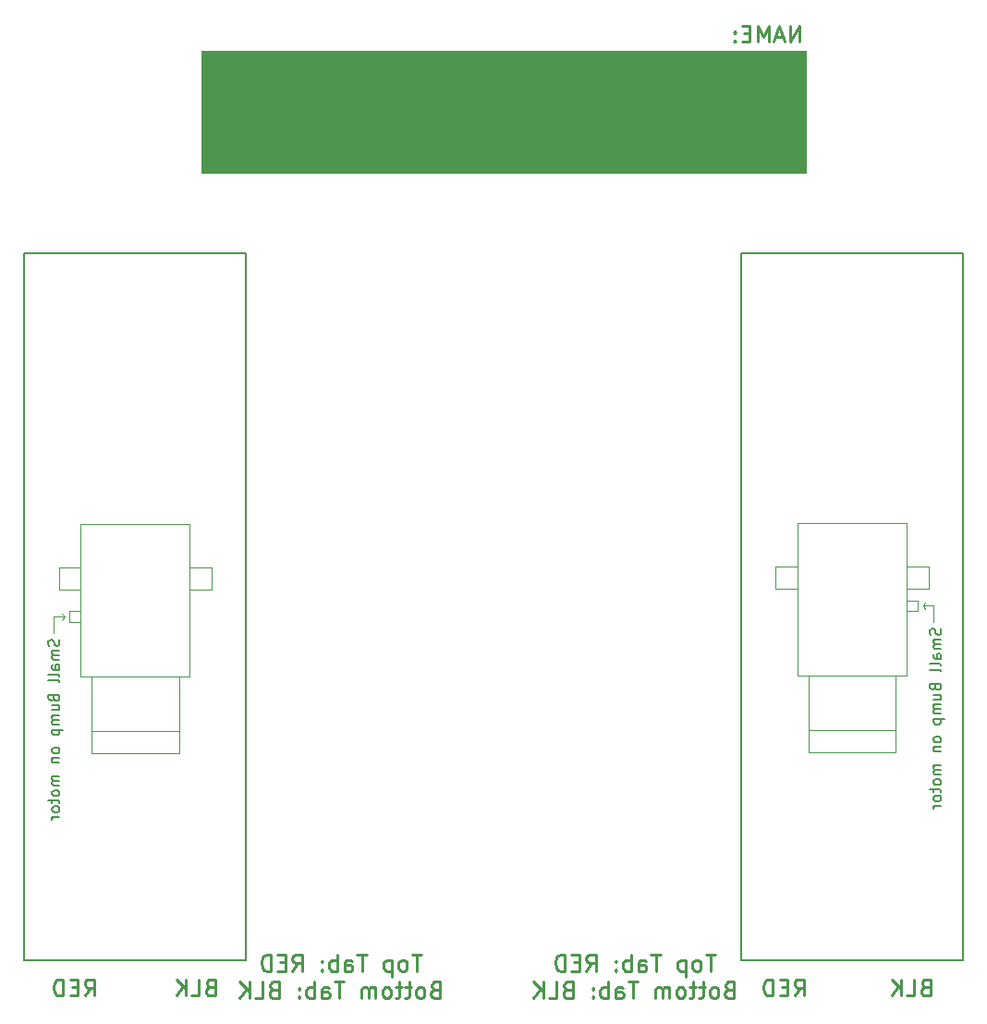
<source format=gbo>
G04 #@! TF.GenerationSoftware,KiCad,Pcbnew,5.1.4-e60b266~84~ubuntu19.04.1*
G04 #@! TF.CreationDate,2019-08-09T15:37:27-04:00*
G04 #@! TF.ProjectId,Rover V6,526f7665-7220-4563-962e-6b696361645f,rev?*
G04 #@! TF.SameCoordinates,Original*
G04 #@! TF.FileFunction,Legend,Bot*
G04 #@! TF.FilePolarity,Positive*
%FSLAX46Y46*%
G04 Gerber Fmt 4.6, Leading zero omitted, Abs format (unit mm)*
G04 Created by KiCad (PCBNEW 5.1.4-e60b266~84~ubuntu19.04.1) date 2019-08-09 15:37:27*
%MOMM*%
%LPD*%
G04 APERTURE LIST*
%ADD10C,0.250000*%
%ADD11C,0.100000*%
%ADD12C,0.150000*%
%ADD13C,0.120000*%
G04 APERTURE END LIST*
D10*
X141504857Y-128484571D02*
X140647714Y-128484571D01*
X141076285Y-129984571D02*
X141076285Y-128484571D01*
X139933428Y-129984571D02*
X140076285Y-129913142D01*
X140147714Y-129841714D01*
X140219142Y-129698857D01*
X140219142Y-129270285D01*
X140147714Y-129127428D01*
X140076285Y-129056000D01*
X139933428Y-128984571D01*
X139719142Y-128984571D01*
X139576285Y-129056000D01*
X139504857Y-129127428D01*
X139433428Y-129270285D01*
X139433428Y-129698857D01*
X139504857Y-129841714D01*
X139576285Y-129913142D01*
X139719142Y-129984571D01*
X139933428Y-129984571D01*
X138790571Y-128984571D02*
X138790571Y-130484571D01*
X138790571Y-129056000D02*
X138647714Y-128984571D01*
X138362000Y-128984571D01*
X138219142Y-129056000D01*
X138147714Y-129127428D01*
X138076285Y-129270285D01*
X138076285Y-129698857D01*
X138147714Y-129841714D01*
X138219142Y-129913142D01*
X138362000Y-129984571D01*
X138647714Y-129984571D01*
X138790571Y-129913142D01*
X136504857Y-128484571D02*
X135647714Y-128484571D01*
X136076285Y-129984571D02*
X136076285Y-128484571D01*
X134504857Y-129984571D02*
X134504857Y-129198857D01*
X134576285Y-129056000D01*
X134719142Y-128984571D01*
X135004857Y-128984571D01*
X135147714Y-129056000D01*
X134504857Y-129913142D02*
X134647714Y-129984571D01*
X135004857Y-129984571D01*
X135147714Y-129913142D01*
X135219142Y-129770285D01*
X135219142Y-129627428D01*
X135147714Y-129484571D01*
X135004857Y-129413142D01*
X134647714Y-129413142D01*
X134504857Y-129341714D01*
X133790571Y-129984571D02*
X133790571Y-128484571D01*
X133790571Y-129056000D02*
X133647714Y-128984571D01*
X133362000Y-128984571D01*
X133219142Y-129056000D01*
X133147714Y-129127428D01*
X133076285Y-129270285D01*
X133076285Y-129698857D01*
X133147714Y-129841714D01*
X133219142Y-129913142D01*
X133362000Y-129984571D01*
X133647714Y-129984571D01*
X133790571Y-129913142D01*
X132433428Y-129841714D02*
X132362000Y-129913142D01*
X132433428Y-129984571D01*
X132504857Y-129913142D01*
X132433428Y-129841714D01*
X132433428Y-129984571D01*
X132433428Y-129056000D02*
X132362000Y-129127428D01*
X132433428Y-129198857D01*
X132504857Y-129127428D01*
X132433428Y-129056000D01*
X132433428Y-129198857D01*
X129719142Y-129984571D02*
X130219142Y-129270285D01*
X130576285Y-129984571D02*
X130576285Y-128484571D01*
X130004857Y-128484571D01*
X129862000Y-128556000D01*
X129790571Y-128627428D01*
X129719142Y-128770285D01*
X129719142Y-128984571D01*
X129790571Y-129127428D01*
X129862000Y-129198857D01*
X130004857Y-129270285D01*
X130576285Y-129270285D01*
X129076285Y-129198857D02*
X128576285Y-129198857D01*
X128362000Y-129984571D02*
X129076285Y-129984571D01*
X129076285Y-128484571D01*
X128362000Y-128484571D01*
X127719142Y-129984571D02*
X127719142Y-128484571D01*
X127362000Y-128484571D01*
X127147714Y-128556000D01*
X127004857Y-128698857D01*
X126933428Y-128841714D01*
X126862000Y-129127428D01*
X126862000Y-129341714D01*
X126933428Y-129627428D01*
X127004857Y-129770285D01*
X127147714Y-129913142D01*
X127362000Y-129984571D01*
X127719142Y-129984571D01*
X142754857Y-131698857D02*
X142540571Y-131770285D01*
X142469142Y-131841714D01*
X142397714Y-131984571D01*
X142397714Y-132198857D01*
X142469142Y-132341714D01*
X142540571Y-132413142D01*
X142683428Y-132484571D01*
X143254857Y-132484571D01*
X143254857Y-130984571D01*
X142754857Y-130984571D01*
X142612000Y-131056000D01*
X142540571Y-131127428D01*
X142469142Y-131270285D01*
X142469142Y-131413142D01*
X142540571Y-131556000D01*
X142612000Y-131627428D01*
X142754857Y-131698857D01*
X143254857Y-131698857D01*
X141540571Y-132484571D02*
X141683428Y-132413142D01*
X141754857Y-132341714D01*
X141826285Y-132198857D01*
X141826285Y-131770285D01*
X141754857Y-131627428D01*
X141683428Y-131556000D01*
X141540571Y-131484571D01*
X141326285Y-131484571D01*
X141183428Y-131556000D01*
X141112000Y-131627428D01*
X141040571Y-131770285D01*
X141040571Y-132198857D01*
X141112000Y-132341714D01*
X141183428Y-132413142D01*
X141326285Y-132484571D01*
X141540571Y-132484571D01*
X140612000Y-131484571D02*
X140040571Y-131484571D01*
X140397714Y-130984571D02*
X140397714Y-132270285D01*
X140326285Y-132413142D01*
X140183428Y-132484571D01*
X140040571Y-132484571D01*
X139754857Y-131484571D02*
X139183428Y-131484571D01*
X139540571Y-130984571D02*
X139540571Y-132270285D01*
X139469142Y-132413142D01*
X139326285Y-132484571D01*
X139183428Y-132484571D01*
X138469142Y-132484571D02*
X138612000Y-132413142D01*
X138683428Y-132341714D01*
X138754857Y-132198857D01*
X138754857Y-131770285D01*
X138683428Y-131627428D01*
X138612000Y-131556000D01*
X138469142Y-131484571D01*
X138254857Y-131484571D01*
X138112000Y-131556000D01*
X138040571Y-131627428D01*
X137969142Y-131770285D01*
X137969142Y-132198857D01*
X138040571Y-132341714D01*
X138112000Y-132413142D01*
X138254857Y-132484571D01*
X138469142Y-132484571D01*
X137326285Y-132484571D02*
X137326285Y-131484571D01*
X137326285Y-131627428D02*
X137254857Y-131556000D01*
X137112000Y-131484571D01*
X136897714Y-131484571D01*
X136754857Y-131556000D01*
X136683428Y-131698857D01*
X136683428Y-132484571D01*
X136683428Y-131698857D02*
X136612000Y-131556000D01*
X136469142Y-131484571D01*
X136254857Y-131484571D01*
X136112000Y-131556000D01*
X136040571Y-131698857D01*
X136040571Y-132484571D01*
X134397714Y-130984571D02*
X133540571Y-130984571D01*
X133969142Y-132484571D02*
X133969142Y-130984571D01*
X132397714Y-132484571D02*
X132397714Y-131698857D01*
X132469142Y-131556000D01*
X132612000Y-131484571D01*
X132897714Y-131484571D01*
X133040571Y-131556000D01*
X132397714Y-132413142D02*
X132540571Y-132484571D01*
X132897714Y-132484571D01*
X133040571Y-132413142D01*
X133112000Y-132270285D01*
X133112000Y-132127428D01*
X133040571Y-131984571D01*
X132897714Y-131913142D01*
X132540571Y-131913142D01*
X132397714Y-131841714D01*
X131683428Y-132484571D02*
X131683428Y-130984571D01*
X131683428Y-131556000D02*
X131540571Y-131484571D01*
X131254857Y-131484571D01*
X131112000Y-131556000D01*
X131040571Y-131627428D01*
X130969142Y-131770285D01*
X130969142Y-132198857D01*
X131040571Y-132341714D01*
X131112000Y-132413142D01*
X131254857Y-132484571D01*
X131540571Y-132484571D01*
X131683428Y-132413142D01*
X130326285Y-132341714D02*
X130254857Y-132413142D01*
X130326285Y-132484571D01*
X130397714Y-132413142D01*
X130326285Y-132341714D01*
X130326285Y-132484571D01*
X130326285Y-131556000D02*
X130254857Y-131627428D01*
X130326285Y-131698857D01*
X130397714Y-131627428D01*
X130326285Y-131556000D01*
X130326285Y-131698857D01*
X127969142Y-131698857D02*
X127754857Y-131770285D01*
X127683428Y-131841714D01*
X127612000Y-131984571D01*
X127612000Y-132198857D01*
X127683428Y-132341714D01*
X127754857Y-132413142D01*
X127897714Y-132484571D01*
X128469142Y-132484571D01*
X128469142Y-130984571D01*
X127969142Y-130984571D01*
X127826285Y-131056000D01*
X127754857Y-131127428D01*
X127683428Y-131270285D01*
X127683428Y-131413142D01*
X127754857Y-131556000D01*
X127826285Y-131627428D01*
X127969142Y-131698857D01*
X128469142Y-131698857D01*
X126254857Y-132484571D02*
X126969142Y-132484571D01*
X126969142Y-130984571D01*
X125754857Y-132484571D02*
X125754857Y-130984571D01*
X124897714Y-132484571D02*
X125540571Y-131627428D01*
X124897714Y-130984571D02*
X125754857Y-131841714D01*
X114580857Y-128484571D02*
X113723714Y-128484571D01*
X114152285Y-129984571D02*
X114152285Y-128484571D01*
X113009428Y-129984571D02*
X113152285Y-129913142D01*
X113223714Y-129841714D01*
X113295142Y-129698857D01*
X113295142Y-129270285D01*
X113223714Y-129127428D01*
X113152285Y-129056000D01*
X113009428Y-128984571D01*
X112795142Y-128984571D01*
X112652285Y-129056000D01*
X112580857Y-129127428D01*
X112509428Y-129270285D01*
X112509428Y-129698857D01*
X112580857Y-129841714D01*
X112652285Y-129913142D01*
X112795142Y-129984571D01*
X113009428Y-129984571D01*
X111866571Y-128984571D02*
X111866571Y-130484571D01*
X111866571Y-129056000D02*
X111723714Y-128984571D01*
X111438000Y-128984571D01*
X111295142Y-129056000D01*
X111223714Y-129127428D01*
X111152285Y-129270285D01*
X111152285Y-129698857D01*
X111223714Y-129841714D01*
X111295142Y-129913142D01*
X111438000Y-129984571D01*
X111723714Y-129984571D01*
X111866571Y-129913142D01*
X109580857Y-128484571D02*
X108723714Y-128484571D01*
X109152285Y-129984571D02*
X109152285Y-128484571D01*
X107580857Y-129984571D02*
X107580857Y-129198857D01*
X107652285Y-129056000D01*
X107795142Y-128984571D01*
X108080857Y-128984571D01*
X108223714Y-129056000D01*
X107580857Y-129913142D02*
X107723714Y-129984571D01*
X108080857Y-129984571D01*
X108223714Y-129913142D01*
X108295142Y-129770285D01*
X108295142Y-129627428D01*
X108223714Y-129484571D01*
X108080857Y-129413142D01*
X107723714Y-129413142D01*
X107580857Y-129341714D01*
X106866571Y-129984571D02*
X106866571Y-128484571D01*
X106866571Y-129056000D02*
X106723714Y-128984571D01*
X106438000Y-128984571D01*
X106295142Y-129056000D01*
X106223714Y-129127428D01*
X106152285Y-129270285D01*
X106152285Y-129698857D01*
X106223714Y-129841714D01*
X106295142Y-129913142D01*
X106438000Y-129984571D01*
X106723714Y-129984571D01*
X106866571Y-129913142D01*
X105509428Y-129841714D02*
X105438000Y-129913142D01*
X105509428Y-129984571D01*
X105580857Y-129913142D01*
X105509428Y-129841714D01*
X105509428Y-129984571D01*
X105509428Y-129056000D02*
X105438000Y-129127428D01*
X105509428Y-129198857D01*
X105580857Y-129127428D01*
X105509428Y-129056000D01*
X105509428Y-129198857D01*
X102795142Y-129984571D02*
X103295142Y-129270285D01*
X103652285Y-129984571D02*
X103652285Y-128484571D01*
X103080857Y-128484571D01*
X102938000Y-128556000D01*
X102866571Y-128627428D01*
X102795142Y-128770285D01*
X102795142Y-128984571D01*
X102866571Y-129127428D01*
X102938000Y-129198857D01*
X103080857Y-129270285D01*
X103652285Y-129270285D01*
X102152285Y-129198857D02*
X101652285Y-129198857D01*
X101438000Y-129984571D02*
X102152285Y-129984571D01*
X102152285Y-128484571D01*
X101438000Y-128484571D01*
X100795142Y-129984571D02*
X100795142Y-128484571D01*
X100438000Y-128484571D01*
X100223714Y-128556000D01*
X100080857Y-128698857D01*
X100009428Y-128841714D01*
X99938000Y-129127428D01*
X99938000Y-129341714D01*
X100009428Y-129627428D01*
X100080857Y-129770285D01*
X100223714Y-129913142D01*
X100438000Y-129984571D01*
X100795142Y-129984571D01*
X115830857Y-131698857D02*
X115616571Y-131770285D01*
X115545142Y-131841714D01*
X115473714Y-131984571D01*
X115473714Y-132198857D01*
X115545142Y-132341714D01*
X115616571Y-132413142D01*
X115759428Y-132484571D01*
X116330857Y-132484571D01*
X116330857Y-130984571D01*
X115830857Y-130984571D01*
X115688000Y-131056000D01*
X115616571Y-131127428D01*
X115545142Y-131270285D01*
X115545142Y-131413142D01*
X115616571Y-131556000D01*
X115688000Y-131627428D01*
X115830857Y-131698857D01*
X116330857Y-131698857D01*
X114616571Y-132484571D02*
X114759428Y-132413142D01*
X114830857Y-132341714D01*
X114902285Y-132198857D01*
X114902285Y-131770285D01*
X114830857Y-131627428D01*
X114759428Y-131556000D01*
X114616571Y-131484571D01*
X114402285Y-131484571D01*
X114259428Y-131556000D01*
X114188000Y-131627428D01*
X114116571Y-131770285D01*
X114116571Y-132198857D01*
X114188000Y-132341714D01*
X114259428Y-132413142D01*
X114402285Y-132484571D01*
X114616571Y-132484571D01*
X113688000Y-131484571D02*
X113116571Y-131484571D01*
X113473714Y-130984571D02*
X113473714Y-132270285D01*
X113402285Y-132413142D01*
X113259428Y-132484571D01*
X113116571Y-132484571D01*
X112830857Y-131484571D02*
X112259428Y-131484571D01*
X112616571Y-130984571D02*
X112616571Y-132270285D01*
X112545142Y-132413142D01*
X112402285Y-132484571D01*
X112259428Y-132484571D01*
X111545142Y-132484571D02*
X111688000Y-132413142D01*
X111759428Y-132341714D01*
X111830857Y-132198857D01*
X111830857Y-131770285D01*
X111759428Y-131627428D01*
X111688000Y-131556000D01*
X111545142Y-131484571D01*
X111330857Y-131484571D01*
X111188000Y-131556000D01*
X111116571Y-131627428D01*
X111045142Y-131770285D01*
X111045142Y-132198857D01*
X111116571Y-132341714D01*
X111188000Y-132413142D01*
X111330857Y-132484571D01*
X111545142Y-132484571D01*
X110402285Y-132484571D02*
X110402285Y-131484571D01*
X110402285Y-131627428D02*
X110330857Y-131556000D01*
X110188000Y-131484571D01*
X109973714Y-131484571D01*
X109830857Y-131556000D01*
X109759428Y-131698857D01*
X109759428Y-132484571D01*
X109759428Y-131698857D02*
X109688000Y-131556000D01*
X109545142Y-131484571D01*
X109330857Y-131484571D01*
X109188000Y-131556000D01*
X109116571Y-131698857D01*
X109116571Y-132484571D01*
X107473714Y-130984571D02*
X106616571Y-130984571D01*
X107045142Y-132484571D02*
X107045142Y-130984571D01*
X105473714Y-132484571D02*
X105473714Y-131698857D01*
X105545142Y-131556000D01*
X105688000Y-131484571D01*
X105973714Y-131484571D01*
X106116571Y-131556000D01*
X105473714Y-132413142D02*
X105616571Y-132484571D01*
X105973714Y-132484571D01*
X106116571Y-132413142D01*
X106188000Y-132270285D01*
X106188000Y-132127428D01*
X106116571Y-131984571D01*
X105973714Y-131913142D01*
X105616571Y-131913142D01*
X105473714Y-131841714D01*
X104759428Y-132484571D02*
X104759428Y-130984571D01*
X104759428Y-131556000D02*
X104616571Y-131484571D01*
X104330857Y-131484571D01*
X104188000Y-131556000D01*
X104116571Y-131627428D01*
X104045142Y-131770285D01*
X104045142Y-132198857D01*
X104116571Y-132341714D01*
X104188000Y-132413142D01*
X104330857Y-132484571D01*
X104616571Y-132484571D01*
X104759428Y-132413142D01*
X103402285Y-132341714D02*
X103330857Y-132413142D01*
X103402285Y-132484571D01*
X103473714Y-132413142D01*
X103402285Y-132341714D01*
X103402285Y-132484571D01*
X103402285Y-131556000D02*
X103330857Y-131627428D01*
X103402285Y-131698857D01*
X103473714Y-131627428D01*
X103402285Y-131556000D01*
X103402285Y-131698857D01*
X101045142Y-131698857D02*
X100830857Y-131770285D01*
X100759428Y-131841714D01*
X100688000Y-131984571D01*
X100688000Y-132198857D01*
X100759428Y-132341714D01*
X100830857Y-132413142D01*
X100973714Y-132484571D01*
X101545142Y-132484571D01*
X101545142Y-130984571D01*
X101045142Y-130984571D01*
X100902285Y-131056000D01*
X100830857Y-131127428D01*
X100759428Y-131270285D01*
X100759428Y-131413142D01*
X100830857Y-131556000D01*
X100902285Y-131627428D01*
X101045142Y-131698857D01*
X101545142Y-131698857D01*
X99330857Y-132484571D02*
X100045142Y-132484571D01*
X100045142Y-130984571D01*
X98830857Y-132484571D02*
X98830857Y-130984571D01*
X97973714Y-132484571D02*
X98616571Y-131627428D01*
X97973714Y-130984571D02*
X98830857Y-131841714D01*
X160762000Y-131464857D02*
X160547714Y-131536285D01*
X160476285Y-131607714D01*
X160404857Y-131750571D01*
X160404857Y-131964857D01*
X160476285Y-132107714D01*
X160547714Y-132179142D01*
X160690571Y-132250571D01*
X161262000Y-132250571D01*
X161262000Y-130750571D01*
X160762000Y-130750571D01*
X160619142Y-130822000D01*
X160547714Y-130893428D01*
X160476285Y-131036285D01*
X160476285Y-131179142D01*
X160547714Y-131322000D01*
X160619142Y-131393428D01*
X160762000Y-131464857D01*
X161262000Y-131464857D01*
X159047714Y-132250571D02*
X159762000Y-132250571D01*
X159762000Y-130750571D01*
X158547714Y-132250571D02*
X158547714Y-130750571D01*
X157690571Y-132250571D02*
X158333428Y-131393428D01*
X157690571Y-130750571D02*
X158547714Y-131607714D01*
X148792285Y-132250571D02*
X149292285Y-131536285D01*
X149649428Y-132250571D02*
X149649428Y-130750571D01*
X149078000Y-130750571D01*
X148935142Y-130822000D01*
X148863714Y-130893428D01*
X148792285Y-131036285D01*
X148792285Y-131250571D01*
X148863714Y-131393428D01*
X148935142Y-131464857D01*
X149078000Y-131536285D01*
X149649428Y-131536285D01*
X148149428Y-131464857D02*
X147649428Y-131464857D01*
X147435142Y-132250571D02*
X148149428Y-132250571D01*
X148149428Y-130750571D01*
X147435142Y-130750571D01*
X146792285Y-132250571D02*
X146792285Y-130750571D01*
X146435142Y-130750571D01*
X146220857Y-130822000D01*
X146078000Y-130964857D01*
X146006571Y-131107714D01*
X145935142Y-131393428D01*
X145935142Y-131607714D01*
X146006571Y-131893428D01*
X146078000Y-132036285D01*
X146220857Y-132179142D01*
X146435142Y-132250571D01*
X146792285Y-132250571D01*
X83768285Y-132250571D02*
X84268285Y-131536285D01*
X84625428Y-132250571D02*
X84625428Y-130750571D01*
X84054000Y-130750571D01*
X83911142Y-130822000D01*
X83839714Y-130893428D01*
X83768285Y-131036285D01*
X83768285Y-131250571D01*
X83839714Y-131393428D01*
X83911142Y-131464857D01*
X84054000Y-131536285D01*
X84625428Y-131536285D01*
X83125428Y-131464857D02*
X82625428Y-131464857D01*
X82411142Y-132250571D02*
X83125428Y-132250571D01*
X83125428Y-130750571D01*
X82411142Y-130750571D01*
X81768285Y-132250571D02*
X81768285Y-130750571D01*
X81411142Y-130750571D01*
X81196857Y-130822000D01*
X81054000Y-130964857D01*
X80982571Y-131107714D01*
X80911142Y-131393428D01*
X80911142Y-131607714D01*
X80982571Y-131893428D01*
X81054000Y-132036285D01*
X81196857Y-132179142D01*
X81411142Y-132250571D01*
X81768285Y-132250571D01*
X95230000Y-131464857D02*
X95015714Y-131536285D01*
X94944285Y-131607714D01*
X94872857Y-131750571D01*
X94872857Y-131964857D01*
X94944285Y-132107714D01*
X95015714Y-132179142D01*
X95158571Y-132250571D01*
X95730000Y-132250571D01*
X95730000Y-130750571D01*
X95230000Y-130750571D01*
X95087142Y-130822000D01*
X95015714Y-130893428D01*
X94944285Y-131036285D01*
X94944285Y-131179142D01*
X95015714Y-131322000D01*
X95087142Y-131393428D01*
X95230000Y-131464857D01*
X95730000Y-131464857D01*
X93515714Y-132250571D02*
X94230000Y-132250571D01*
X94230000Y-130750571D01*
X93015714Y-132250571D02*
X93015714Y-130750571D01*
X92158571Y-132250571D02*
X92801428Y-131393428D01*
X92158571Y-130750571D02*
X93015714Y-131607714D01*
D11*
G36*
X149860000Y-56896000D02*
G01*
X94488000Y-56896000D01*
X94488000Y-45720000D01*
X149860000Y-45720000D01*
X149860000Y-56896000D01*
G37*
X149860000Y-56896000D02*
X94488000Y-56896000D01*
X94488000Y-45720000D01*
X149860000Y-45720000D01*
X149860000Y-56896000D01*
D10*
X149268285Y-44874571D02*
X149268285Y-43374571D01*
X148411142Y-44874571D01*
X148411142Y-43374571D01*
X147768285Y-44446000D02*
X147054000Y-44446000D01*
X147911142Y-44874571D02*
X147411142Y-43374571D01*
X146911142Y-44874571D01*
X146411142Y-44874571D02*
X146411142Y-43374571D01*
X145911142Y-44446000D01*
X145411142Y-43374571D01*
X145411142Y-44874571D01*
X144696857Y-44088857D02*
X144196857Y-44088857D01*
X143982571Y-44874571D02*
X144696857Y-44874571D01*
X144696857Y-43374571D01*
X143982571Y-43374571D01*
X143339714Y-44731714D02*
X143268285Y-44803142D01*
X143339714Y-44874571D01*
X143411142Y-44803142D01*
X143339714Y-44731714D01*
X143339714Y-44874571D01*
X143339714Y-43946000D02*
X143268285Y-44017428D01*
X143339714Y-44088857D01*
X143411142Y-44017428D01*
X143339714Y-43946000D01*
X143339714Y-44088857D01*
D12*
X98552000Y-64262000D02*
X98552000Y-129032000D01*
X78232000Y-64262000D02*
X98552000Y-64262000D01*
X78232000Y-129032000D02*
X78232000Y-64262000D01*
X98552000Y-129032000D02*
X78232000Y-129032000D01*
D13*
X91392000Y-110032000D02*
X84392000Y-110032000D01*
X84392000Y-110032000D02*
X84392000Y-105032000D01*
X84392000Y-105032000D02*
X84392000Y-103032000D01*
X84392000Y-103032000D02*
X92392000Y-103032000D01*
X92392000Y-103032000D02*
X92392000Y-110032000D01*
X92392000Y-110032000D02*
X91392000Y-110032000D01*
X84392000Y-108032000D02*
X92392000Y-108032000D01*
X92392000Y-103032000D02*
X93392000Y-103032000D01*
X93392000Y-103032000D02*
X93392000Y-89032000D01*
X93392000Y-89032000D02*
X83392000Y-89032000D01*
X83392000Y-89032000D02*
X83392000Y-103032000D01*
X83392000Y-103032000D02*
X84392000Y-103032000D01*
X83392000Y-98032000D02*
X82392000Y-98032000D01*
X82392000Y-98032000D02*
X82392000Y-97032000D01*
X82392000Y-97032000D02*
X83392000Y-97032000D01*
X83392000Y-95032000D02*
X81392000Y-95032000D01*
X81392000Y-95032000D02*
X81392000Y-93032000D01*
X81392000Y-93032000D02*
X83392000Y-93032000D01*
X93392000Y-93032000D02*
X95392000Y-93032000D01*
X95392000Y-93032000D02*
X95392000Y-95032000D01*
X95392000Y-95032000D02*
X93392000Y-95032000D01*
X80892000Y-99032000D02*
X80892000Y-97532000D01*
X80892000Y-97532000D02*
X81892000Y-97532000D01*
X81892000Y-97532000D02*
X81692000Y-97832000D01*
X81892000Y-97532000D02*
X81692000Y-97232000D01*
D12*
X143891000Y-64262000D02*
X143891000Y-129032000D01*
X164211000Y-64262000D02*
X143891000Y-64262000D01*
X164211000Y-129032000D02*
X164211000Y-64262000D01*
X143891000Y-129032000D02*
X164211000Y-129032000D01*
D13*
X161051000Y-94932000D02*
X159051000Y-94932000D01*
X159051000Y-92932000D02*
X161051000Y-92932000D01*
X147051000Y-92932000D02*
X149051000Y-92932000D01*
X161051000Y-92932000D02*
X161051000Y-94932000D01*
X149051000Y-94932000D02*
X147051000Y-94932000D01*
X147051000Y-94932000D02*
X147051000Y-92932000D01*
X149051000Y-102932000D02*
X150051000Y-102932000D01*
X149051000Y-88932000D02*
X149051000Y-102932000D01*
X159051000Y-88932000D02*
X149051000Y-88932000D01*
X159051000Y-102932000D02*
X159051000Y-88932000D01*
X158051000Y-102932000D02*
X159051000Y-102932000D01*
X150051000Y-102932000D02*
X158051000Y-102932000D01*
X150051000Y-104932000D02*
X150051000Y-102932000D01*
X158051000Y-102932000D02*
X158051000Y-109932000D01*
X150051000Y-109932000D02*
X150051000Y-104932000D01*
X150051000Y-107932000D02*
X158051000Y-107932000D01*
X157051000Y-109932000D02*
X150051000Y-109932000D01*
X158051000Y-109932000D02*
X157051000Y-109932000D01*
X159051000Y-96032000D02*
X160051000Y-96032000D01*
X160051000Y-96032000D02*
X160051000Y-97032000D01*
X160051000Y-97032000D02*
X159051000Y-97032000D01*
X160551000Y-96532000D02*
X160751000Y-96832000D01*
X160551000Y-96532000D02*
X160751000Y-96232000D01*
X160551000Y-96532000D02*
X161551000Y-96532000D01*
X161551000Y-96532000D02*
X161551000Y-98032000D01*
D12*
X81396761Y-99617714D02*
X81444380Y-99760571D01*
X81444380Y-99998666D01*
X81396761Y-100093904D01*
X81349142Y-100141523D01*
X81253904Y-100189142D01*
X81158666Y-100189142D01*
X81063428Y-100141523D01*
X81015809Y-100093904D01*
X80968190Y-99998666D01*
X80920571Y-99808190D01*
X80872952Y-99712952D01*
X80825333Y-99665333D01*
X80730095Y-99617714D01*
X80634857Y-99617714D01*
X80539619Y-99665333D01*
X80492000Y-99712952D01*
X80444380Y-99808190D01*
X80444380Y-100046285D01*
X80492000Y-100189142D01*
X81444380Y-100617714D02*
X80777714Y-100617714D01*
X80872952Y-100617714D02*
X80825333Y-100665333D01*
X80777714Y-100760571D01*
X80777714Y-100903428D01*
X80825333Y-100998666D01*
X80920571Y-101046285D01*
X81444380Y-101046285D01*
X80920571Y-101046285D02*
X80825333Y-101093904D01*
X80777714Y-101189142D01*
X80777714Y-101332000D01*
X80825333Y-101427238D01*
X80920571Y-101474857D01*
X81444380Y-101474857D01*
X81444380Y-102379619D02*
X80920571Y-102379619D01*
X80825333Y-102332000D01*
X80777714Y-102236761D01*
X80777714Y-102046285D01*
X80825333Y-101951047D01*
X81396761Y-102379619D02*
X81444380Y-102284380D01*
X81444380Y-102046285D01*
X81396761Y-101951047D01*
X81301523Y-101903428D01*
X81206285Y-101903428D01*
X81111047Y-101951047D01*
X81063428Y-102046285D01*
X81063428Y-102284380D01*
X81015809Y-102379619D01*
X81444380Y-102998666D02*
X81396761Y-102903428D01*
X81301523Y-102855809D01*
X80444380Y-102855809D01*
X81444380Y-103522476D02*
X81396761Y-103427238D01*
X81301523Y-103379619D01*
X80444380Y-103379619D01*
X80920571Y-104998666D02*
X80968190Y-105141523D01*
X81015809Y-105189142D01*
X81111047Y-105236761D01*
X81253904Y-105236761D01*
X81349142Y-105189142D01*
X81396761Y-105141523D01*
X81444380Y-105046285D01*
X81444380Y-104665333D01*
X80444380Y-104665333D01*
X80444380Y-104998666D01*
X80492000Y-105093904D01*
X80539619Y-105141523D01*
X80634857Y-105189142D01*
X80730095Y-105189142D01*
X80825333Y-105141523D01*
X80872952Y-105093904D01*
X80920571Y-104998666D01*
X80920571Y-104665333D01*
X80777714Y-106093904D02*
X81444380Y-106093904D01*
X80777714Y-105665333D02*
X81301523Y-105665333D01*
X81396761Y-105712952D01*
X81444380Y-105808190D01*
X81444380Y-105951047D01*
X81396761Y-106046285D01*
X81349142Y-106093904D01*
X81444380Y-106570095D02*
X80777714Y-106570095D01*
X80872952Y-106570095D02*
X80825333Y-106617714D01*
X80777714Y-106712952D01*
X80777714Y-106855809D01*
X80825333Y-106951047D01*
X80920571Y-106998666D01*
X81444380Y-106998666D01*
X80920571Y-106998666D02*
X80825333Y-107046285D01*
X80777714Y-107141523D01*
X80777714Y-107284380D01*
X80825333Y-107379619D01*
X80920571Y-107427238D01*
X81444380Y-107427238D01*
X80777714Y-107903428D02*
X81777714Y-107903428D01*
X80825333Y-107903428D02*
X80777714Y-107998666D01*
X80777714Y-108189142D01*
X80825333Y-108284380D01*
X80872952Y-108332000D01*
X80968190Y-108379619D01*
X81253904Y-108379619D01*
X81349142Y-108332000D01*
X81396761Y-108284380D01*
X81444380Y-108189142D01*
X81444380Y-107998666D01*
X81396761Y-107903428D01*
X81444380Y-109712952D02*
X81396761Y-109617714D01*
X81349142Y-109570095D01*
X81253904Y-109522476D01*
X80968190Y-109522476D01*
X80872952Y-109570095D01*
X80825333Y-109617714D01*
X80777714Y-109712952D01*
X80777714Y-109855809D01*
X80825333Y-109951047D01*
X80872952Y-109998666D01*
X80968190Y-110046285D01*
X81253904Y-110046285D01*
X81349142Y-109998666D01*
X81396761Y-109951047D01*
X81444380Y-109855809D01*
X81444380Y-109712952D01*
X80777714Y-110474857D02*
X81444380Y-110474857D01*
X80872952Y-110474857D02*
X80825333Y-110522476D01*
X80777714Y-110617714D01*
X80777714Y-110760571D01*
X80825333Y-110855809D01*
X80920571Y-110903428D01*
X81444380Y-110903428D01*
X81444380Y-112141523D02*
X80777714Y-112141523D01*
X80872952Y-112141523D02*
X80825333Y-112189142D01*
X80777714Y-112284380D01*
X80777714Y-112427238D01*
X80825333Y-112522476D01*
X80920571Y-112570095D01*
X81444380Y-112570095D01*
X80920571Y-112570095D02*
X80825333Y-112617714D01*
X80777714Y-112712952D01*
X80777714Y-112855809D01*
X80825333Y-112951047D01*
X80920571Y-112998666D01*
X81444380Y-112998666D01*
X81444380Y-113617714D02*
X81396761Y-113522476D01*
X81349142Y-113474857D01*
X81253904Y-113427238D01*
X80968190Y-113427238D01*
X80872952Y-113474857D01*
X80825333Y-113522476D01*
X80777714Y-113617714D01*
X80777714Y-113760571D01*
X80825333Y-113855809D01*
X80872952Y-113903428D01*
X80968190Y-113951047D01*
X81253904Y-113951047D01*
X81349142Y-113903428D01*
X81396761Y-113855809D01*
X81444380Y-113760571D01*
X81444380Y-113617714D01*
X80777714Y-114236761D02*
X80777714Y-114617714D01*
X80444380Y-114379619D02*
X81301523Y-114379619D01*
X81396761Y-114427238D01*
X81444380Y-114522476D01*
X81444380Y-114617714D01*
X81444380Y-115093904D02*
X81396761Y-114998666D01*
X81349142Y-114951047D01*
X81253904Y-114903428D01*
X80968190Y-114903428D01*
X80872952Y-114951047D01*
X80825333Y-114998666D01*
X80777714Y-115093904D01*
X80777714Y-115236761D01*
X80825333Y-115332000D01*
X80872952Y-115379619D01*
X80968190Y-115427238D01*
X81253904Y-115427238D01*
X81349142Y-115379619D01*
X81396761Y-115332000D01*
X81444380Y-115236761D01*
X81444380Y-115093904D01*
X81444380Y-115855809D02*
X80777714Y-115855809D01*
X80968190Y-115855809D02*
X80872952Y-115903428D01*
X80825333Y-115951047D01*
X80777714Y-116046285D01*
X80777714Y-116141523D01*
X162155761Y-98617714D02*
X162203380Y-98760571D01*
X162203380Y-98998666D01*
X162155761Y-99093904D01*
X162108142Y-99141523D01*
X162012904Y-99189142D01*
X161917666Y-99189142D01*
X161822428Y-99141523D01*
X161774809Y-99093904D01*
X161727190Y-98998666D01*
X161679571Y-98808190D01*
X161631952Y-98712952D01*
X161584333Y-98665333D01*
X161489095Y-98617714D01*
X161393857Y-98617714D01*
X161298619Y-98665333D01*
X161251000Y-98712952D01*
X161203380Y-98808190D01*
X161203380Y-99046285D01*
X161251000Y-99189142D01*
X162203380Y-99617714D02*
X161536714Y-99617714D01*
X161631952Y-99617714D02*
X161584333Y-99665333D01*
X161536714Y-99760571D01*
X161536714Y-99903428D01*
X161584333Y-99998666D01*
X161679571Y-100046285D01*
X162203380Y-100046285D01*
X161679571Y-100046285D02*
X161584333Y-100093904D01*
X161536714Y-100189142D01*
X161536714Y-100332000D01*
X161584333Y-100427238D01*
X161679571Y-100474857D01*
X162203380Y-100474857D01*
X162203380Y-101379619D02*
X161679571Y-101379619D01*
X161584333Y-101332000D01*
X161536714Y-101236761D01*
X161536714Y-101046285D01*
X161584333Y-100951047D01*
X162155761Y-101379619D02*
X162203380Y-101284380D01*
X162203380Y-101046285D01*
X162155761Y-100951047D01*
X162060523Y-100903428D01*
X161965285Y-100903428D01*
X161870047Y-100951047D01*
X161822428Y-101046285D01*
X161822428Y-101284380D01*
X161774809Y-101379619D01*
X162203380Y-101998666D02*
X162155761Y-101903428D01*
X162060523Y-101855809D01*
X161203380Y-101855809D01*
X162203380Y-102522476D02*
X162155761Y-102427238D01*
X162060523Y-102379619D01*
X161203380Y-102379619D01*
X161679571Y-103998666D02*
X161727190Y-104141523D01*
X161774809Y-104189142D01*
X161870047Y-104236761D01*
X162012904Y-104236761D01*
X162108142Y-104189142D01*
X162155761Y-104141523D01*
X162203380Y-104046285D01*
X162203380Y-103665333D01*
X161203380Y-103665333D01*
X161203380Y-103998666D01*
X161251000Y-104093904D01*
X161298619Y-104141523D01*
X161393857Y-104189142D01*
X161489095Y-104189142D01*
X161584333Y-104141523D01*
X161631952Y-104093904D01*
X161679571Y-103998666D01*
X161679571Y-103665333D01*
X161536714Y-105093904D02*
X162203380Y-105093904D01*
X161536714Y-104665333D02*
X162060523Y-104665333D01*
X162155761Y-104712952D01*
X162203380Y-104808190D01*
X162203380Y-104951047D01*
X162155761Y-105046285D01*
X162108142Y-105093904D01*
X162203380Y-105570095D02*
X161536714Y-105570095D01*
X161631952Y-105570095D02*
X161584333Y-105617714D01*
X161536714Y-105712952D01*
X161536714Y-105855809D01*
X161584333Y-105951047D01*
X161679571Y-105998666D01*
X162203380Y-105998666D01*
X161679571Y-105998666D02*
X161584333Y-106046285D01*
X161536714Y-106141523D01*
X161536714Y-106284380D01*
X161584333Y-106379619D01*
X161679571Y-106427238D01*
X162203380Y-106427238D01*
X161536714Y-106903428D02*
X162536714Y-106903428D01*
X161584333Y-106903428D02*
X161536714Y-106998666D01*
X161536714Y-107189142D01*
X161584333Y-107284380D01*
X161631952Y-107332000D01*
X161727190Y-107379619D01*
X162012904Y-107379619D01*
X162108142Y-107332000D01*
X162155761Y-107284380D01*
X162203380Y-107189142D01*
X162203380Y-106998666D01*
X162155761Y-106903428D01*
X162203380Y-108712952D02*
X162155761Y-108617714D01*
X162108142Y-108570095D01*
X162012904Y-108522476D01*
X161727190Y-108522476D01*
X161631952Y-108570095D01*
X161584333Y-108617714D01*
X161536714Y-108712952D01*
X161536714Y-108855809D01*
X161584333Y-108951047D01*
X161631952Y-108998666D01*
X161727190Y-109046285D01*
X162012904Y-109046285D01*
X162108142Y-108998666D01*
X162155761Y-108951047D01*
X162203380Y-108855809D01*
X162203380Y-108712952D01*
X161536714Y-109474857D02*
X162203380Y-109474857D01*
X161631952Y-109474857D02*
X161584333Y-109522476D01*
X161536714Y-109617714D01*
X161536714Y-109760571D01*
X161584333Y-109855809D01*
X161679571Y-109903428D01*
X162203380Y-109903428D01*
X162203380Y-111141523D02*
X161536714Y-111141523D01*
X161631952Y-111141523D02*
X161584333Y-111189142D01*
X161536714Y-111284380D01*
X161536714Y-111427238D01*
X161584333Y-111522476D01*
X161679571Y-111570095D01*
X162203380Y-111570095D01*
X161679571Y-111570095D02*
X161584333Y-111617714D01*
X161536714Y-111712952D01*
X161536714Y-111855809D01*
X161584333Y-111951047D01*
X161679571Y-111998666D01*
X162203380Y-111998666D01*
X162203380Y-112617714D02*
X162155761Y-112522476D01*
X162108142Y-112474857D01*
X162012904Y-112427238D01*
X161727190Y-112427238D01*
X161631952Y-112474857D01*
X161584333Y-112522476D01*
X161536714Y-112617714D01*
X161536714Y-112760571D01*
X161584333Y-112855809D01*
X161631952Y-112903428D01*
X161727190Y-112951047D01*
X162012904Y-112951047D01*
X162108142Y-112903428D01*
X162155761Y-112855809D01*
X162203380Y-112760571D01*
X162203380Y-112617714D01*
X161536714Y-113236761D02*
X161536714Y-113617714D01*
X161203380Y-113379619D02*
X162060523Y-113379619D01*
X162155761Y-113427238D01*
X162203380Y-113522476D01*
X162203380Y-113617714D01*
X162203380Y-114093904D02*
X162155761Y-113998666D01*
X162108142Y-113951047D01*
X162012904Y-113903428D01*
X161727190Y-113903428D01*
X161631952Y-113951047D01*
X161584333Y-113998666D01*
X161536714Y-114093904D01*
X161536714Y-114236761D01*
X161584333Y-114332000D01*
X161631952Y-114379619D01*
X161727190Y-114427238D01*
X162012904Y-114427238D01*
X162108142Y-114379619D01*
X162155761Y-114332000D01*
X162203380Y-114236761D01*
X162203380Y-114093904D01*
X162203380Y-114855809D02*
X161536714Y-114855809D01*
X161727190Y-114855809D02*
X161631952Y-114903428D01*
X161584333Y-114951047D01*
X161536714Y-115046285D01*
X161536714Y-115141523D01*
M02*

</source>
